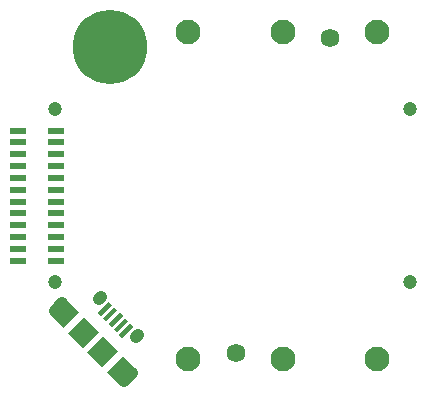
<source format=gbs>
G04 #@! TF.FileFunction,Soldermask,Bot*
%FSLAX46Y46*%
G04 Gerber Fmt 4.6, Leading zero omitted, Abs format (unit mm)*
G04 Created by KiCad (PCBNEW 4.1.0-alpha+201605071002+6776~44~ubuntu14.04.1-product) date Sun 26 Jun 2016 16:38:28 BST*
%MOMM*%
%LPD*%
G01*
G04 APERTURE LIST*
%ADD10C,0.100000*%
%ADD11R,1.370000X0.500000*%
%ADD12C,1.588000*%
%ADD13C,2.100000*%
%ADD14C,1.200000*%
%ADD15C,1.000000*%
%ADD16C,6.300000*%
%ADD17C,0.600000*%
G04 APERTURE END LIST*
D10*
D11*
X81850000Y-94500000D03*
X85050000Y-94500000D03*
X81850000Y-95500000D03*
X85050000Y-95500000D03*
X81850000Y-96500000D03*
X85050000Y-96500000D03*
X81850000Y-97500000D03*
X85050000Y-97500000D03*
X81850000Y-98500000D03*
X85050000Y-98500000D03*
X81850000Y-99500000D03*
X85050000Y-99500000D03*
X81850000Y-100500000D03*
X85050000Y-100500000D03*
X81850000Y-101500000D03*
X85050000Y-101500000D03*
X81850000Y-102500000D03*
X85050000Y-102500000D03*
X81850000Y-103500000D03*
X85050000Y-103500000D03*
X81850000Y-104500000D03*
X85050000Y-104500000D03*
X81850000Y-105500000D03*
X85050000Y-105500000D03*
D12*
X100250000Y-113350000D03*
X108250000Y-86650000D03*
D13*
X104250000Y-113850000D03*
X112250000Y-113850000D03*
X96250000Y-113850000D03*
X96250000Y-86150000D03*
X104250000Y-86150000D03*
X112250000Y-86150000D03*
D14*
X85000000Y-107305000D03*
X85000000Y-92695000D03*
X115000000Y-107305000D03*
X115000000Y-92695000D03*
D10*
G36*
X90705553Y-110167937D02*
X89750959Y-111122531D01*
X89468117Y-110839689D01*
X90422711Y-109885095D01*
X90705553Y-110167937D01*
X90705553Y-110167937D01*
G37*
G36*
X90245933Y-109708318D02*
X89291339Y-110662912D01*
X89008497Y-110380070D01*
X89963091Y-109425476D01*
X90245933Y-109708318D01*
X90245933Y-109708318D01*
G37*
G36*
X91165172Y-110627557D02*
X90210578Y-111582151D01*
X89927736Y-111299309D01*
X90882330Y-110344715D01*
X91165172Y-110627557D01*
X91165172Y-110627557D01*
G37*
G36*
X91624791Y-111087176D02*
X90670197Y-112041770D01*
X90387355Y-111758928D01*
X91341949Y-110804334D01*
X91624791Y-111087176D01*
X91624791Y-111087176D01*
G37*
G36*
X89786314Y-109248699D02*
X88831720Y-110203293D01*
X88548878Y-109920451D01*
X89503472Y-108965857D01*
X89786314Y-109248699D01*
X89786314Y-109248699D01*
G37*
D15*
X88654944Y-108789079D02*
X88831720Y-108612303D01*
X91801569Y-111935704D02*
X91978345Y-111758928D01*
D10*
G36*
X88690299Y-111546796D02*
X87346796Y-112890299D01*
X86074003Y-111617506D01*
X87417506Y-110274003D01*
X88690299Y-111546796D01*
X88690299Y-111546796D01*
G37*
G36*
X90316645Y-113173142D02*
X88973142Y-114516645D01*
X87700349Y-113243852D01*
X89043852Y-111900349D01*
X90316645Y-113173142D01*
X90316645Y-113173142D01*
G37*
G36*
X87028598Y-109885095D02*
X85685095Y-111228598D01*
X84571402Y-110114905D01*
X85914905Y-108771402D01*
X87028598Y-109885095D01*
X87028598Y-109885095D01*
G37*
D15*
X84924955Y-109761351D02*
X85561351Y-109124955D01*
D10*
G36*
X91819246Y-114675743D02*
X90475743Y-116019246D01*
X89362050Y-114905553D01*
X90705553Y-113562050D01*
X91819246Y-114675743D01*
X91819246Y-114675743D01*
G37*
D15*
X90829297Y-115665693D02*
X91465693Y-115029297D01*
D16*
X89580000Y-87380000D03*
D17*
X89580000Y-84880000D03*
X92080000Y-87380000D03*
X89580000Y-89880000D03*
X87080000Y-87380000D03*
X87780000Y-85580000D03*
X91380000Y-85580000D03*
X87780000Y-89180000D03*
X91380000Y-89180000D03*
M02*

</source>
